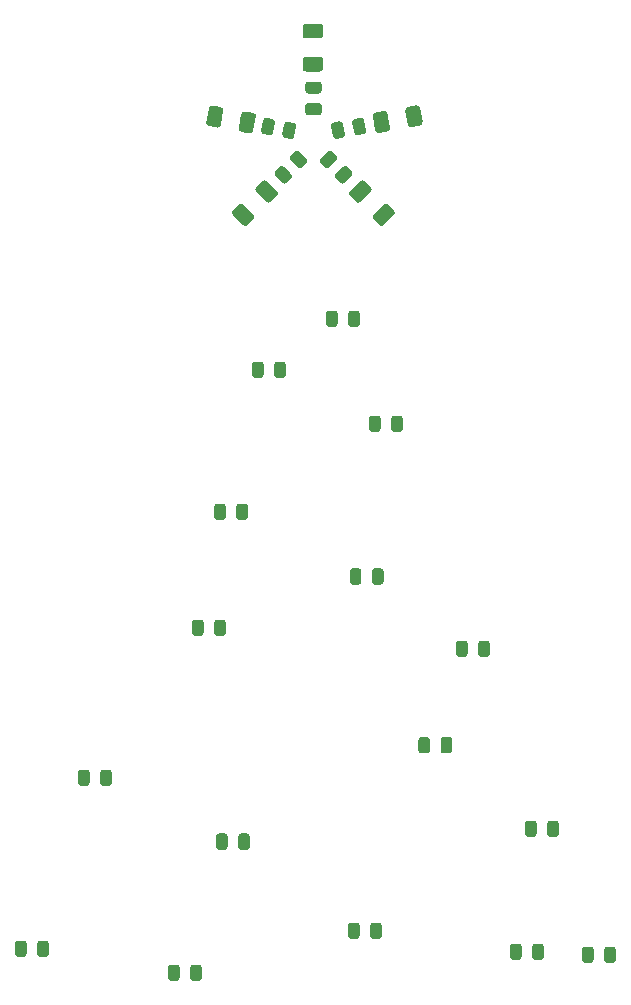
<source format=gbr>
%TF.GenerationSoftware,KiCad,Pcbnew,(5.1.10-1-10_14)*%
%TF.CreationDate,2021-11-29T00:45:18-05:00*%
%TF.ProjectId,christmas-ornament-pcb,63687269-7374-46d6-9173-2d6f726e616d,rev?*%
%TF.SameCoordinates,Original*%
%TF.FileFunction,Paste,Top*%
%TF.FilePolarity,Positive*%
%FSLAX46Y46*%
G04 Gerber Fmt 4.6, Leading zero omitted, Abs format (unit mm)*
G04 Created by KiCad (PCBNEW (5.1.10-1-10_14)) date 2021-11-29 00:45:18*
%MOMM*%
%LPD*%
G01*
G04 APERTURE LIST*
G04 APERTURE END LIST*
%TO.C,R27*%
G36*
G01*
X152327935Y-46236295D02*
X152484219Y-47122624D01*
G75*
G02*
X152281430Y-47412237I-246201J-43412D01*
G01*
X151764404Y-47503402D01*
G75*
G02*
X151474791Y-47300613I-43412J246201D01*
G01*
X151318507Y-46414284D01*
G75*
G02*
X151521296Y-46124671I246201J43412D01*
G01*
X152038322Y-46033506D01*
G75*
G02*
X152327935Y-46236295I43412J-246201D01*
G01*
G37*
G36*
G01*
X154125209Y-45919387D02*
X154281493Y-46805716D01*
G75*
G02*
X154078704Y-47095329I-246201J-43412D01*
G01*
X153561678Y-47186494D01*
G75*
G02*
X153272065Y-46983705I-43412J246201D01*
G01*
X153115781Y-46097376D01*
G75*
G02*
X153318570Y-45807763I246201J43412D01*
G01*
X153835596Y-45716598D01*
G75*
G02*
X154125209Y-45919387I43412J-246201D01*
G01*
G37*
%TD*%
%TO.C,R26*%
G36*
G01*
X151767356Y-49300958D02*
X151130958Y-49937356D01*
G75*
G02*
X150777406Y-49937356I-176776J176776D01*
G01*
X150406174Y-49566124D01*
G75*
G02*
X150406174Y-49212572I176776J176776D01*
G01*
X151042572Y-48576174D01*
G75*
G02*
X151396124Y-48576174I176776J-176776D01*
G01*
X151767356Y-48947406D01*
G75*
G02*
X151767356Y-49300958I-176776J-176776D01*
G01*
G37*
G36*
G01*
X153057826Y-50591428D02*
X152421428Y-51227826D01*
G75*
G02*
X152067876Y-51227826I-176776J176776D01*
G01*
X151696644Y-50856594D01*
G75*
G02*
X151696644Y-50503042I176776J176776D01*
G01*
X152333042Y-49866644D01*
G75*
G02*
X152686594Y-49866644I176776J-176776D01*
G01*
X153057826Y-50237876D01*
G75*
G02*
X153057826Y-50591428I-176776J-176776D01*
G01*
G37*
%TD*%
%TO.C,R25*%
G36*
G01*
X148523042Y-49937356D02*
X147886644Y-49300958D01*
G75*
G02*
X147886644Y-48947406I176776J176776D01*
G01*
X148257876Y-48576174D01*
G75*
G02*
X148611428Y-48576174I176776J-176776D01*
G01*
X149247826Y-49212572D01*
G75*
G02*
X149247826Y-49566124I-176776J-176776D01*
G01*
X148876594Y-49937356D01*
G75*
G02*
X148523042Y-49937356I-176776J176776D01*
G01*
G37*
G36*
G01*
X147232572Y-51227826D02*
X146596174Y-50591428D01*
G75*
G02*
X146596174Y-50237876I176776J176776D01*
G01*
X146967406Y-49866644D01*
G75*
G02*
X147320958Y-49866644I176776J-176776D01*
G01*
X147957356Y-50503042D01*
G75*
G02*
X147957356Y-50856594I-176776J-176776D01*
G01*
X147586124Y-51227826D01*
G75*
G02*
X147232572Y-51227826I-176776J176776D01*
G01*
G37*
%TD*%
%TO.C,R24*%
G36*
G01*
X147195781Y-47142624D02*
X147352065Y-46256295D01*
G75*
G02*
X147641678Y-46053506I246201J-43412D01*
G01*
X148158704Y-46144671D01*
G75*
G02*
X148361493Y-46434284I-43412J-246201D01*
G01*
X148205209Y-47320613D01*
G75*
G02*
X147915596Y-47523402I-246201J43412D01*
G01*
X147398570Y-47432237D01*
G75*
G02*
X147195781Y-47142624I43412J246201D01*
G01*
G37*
G36*
G01*
X145398507Y-46825716D02*
X145554791Y-45939387D01*
G75*
G02*
X145844404Y-45736598I246201J-43412D01*
G01*
X146361430Y-45827763D01*
G75*
G02*
X146564219Y-46117376I-43412J-246201D01*
G01*
X146407935Y-47003705D01*
G75*
G02*
X146118322Y-47206494I-246201J43412D01*
G01*
X145601296Y-47115329D01*
G75*
G02*
X145398507Y-46825716I43412J246201D01*
G01*
G37*
%TD*%
%TO.C,D21*%
G36*
G01*
X157829756Y-46316928D02*
X157612696Y-45085918D01*
G75*
G02*
X157815486Y-44796304I246202J43412D01*
G01*
X158554092Y-44666068D01*
G75*
G02*
X158843706Y-44868858I43412J-246202D01*
G01*
X159060766Y-46099868D01*
G75*
G02*
X158857976Y-46389482I-246202J-43412D01*
G01*
X158119370Y-46519718D01*
G75*
G02*
X157829756Y-46316928I-43412J246202D01*
G01*
G37*
G36*
G01*
X155072294Y-46803142D02*
X154855234Y-45572132D01*
G75*
G02*
X155058024Y-45282518I246202J43412D01*
G01*
X155796630Y-45152282D01*
G75*
G02*
X156086244Y-45355072I43412J-246202D01*
G01*
X156303304Y-46586082D01*
G75*
G02*
X156100514Y-46875696I-246202J-43412D01*
G01*
X155361908Y-47005932D01*
G75*
G02*
X155072294Y-46803142I-43412J246202D01*
G01*
G37*
%TD*%
%TO.C,D20*%
G36*
G01*
X154886065Y-53939949D02*
X155769949Y-53056065D01*
G75*
G02*
X156123503Y-53056065I176777J-176777D01*
G01*
X156653833Y-53586395D01*
G75*
G02*
X156653833Y-53939949I-176777J-176777D01*
G01*
X155769949Y-54823833D01*
G75*
G02*
X155416395Y-54823833I-176777J176777D01*
G01*
X154886065Y-54293503D01*
G75*
G02*
X154886065Y-53939949I176777J176777D01*
G01*
G37*
G36*
G01*
X152906167Y-51960051D02*
X153790051Y-51076167D01*
G75*
G02*
X154143605Y-51076167I176777J-176777D01*
G01*
X154673935Y-51606497D01*
G75*
G02*
X154673935Y-51960051I-176777J-176777D01*
G01*
X153790051Y-52843935D01*
G75*
G02*
X153436497Y-52843935I-176777J176777D01*
G01*
X152906167Y-52313605D01*
G75*
G02*
X152906167Y-51960051I176777J176777D01*
G01*
G37*
%TD*%
%TO.C,D19*%
G36*
G01*
X143884051Y-53056065D02*
X144767935Y-53939949D01*
G75*
G02*
X144767935Y-54293503I-176777J-176777D01*
G01*
X144237605Y-54823833D01*
G75*
G02*
X143884051Y-54823833I-176777J176777D01*
G01*
X143000167Y-53939949D01*
G75*
G02*
X143000167Y-53586395I176777J176777D01*
G01*
X143530497Y-53056065D01*
G75*
G02*
X143884051Y-53056065I176777J-176777D01*
G01*
G37*
G36*
G01*
X145863949Y-51076167D02*
X146747833Y-51960051D01*
G75*
G02*
X146747833Y-52313605I-176777J-176777D01*
G01*
X146217503Y-52843935D01*
G75*
G02*
X145863949Y-52843935I-176777J176777D01*
G01*
X144980065Y-51960051D01*
G75*
G02*
X144980065Y-51606497I176777J176777D01*
G01*
X145510395Y-51076167D01*
G75*
G02*
X145863949Y-51076167I176777J-176777D01*
G01*
G37*
%TD*%
%TO.C,D18*%
G36*
G01*
X142199304Y-45115918D02*
X141982244Y-46346928D01*
G75*
G02*
X141692630Y-46549718I-246202J43412D01*
G01*
X140954024Y-46419482D01*
G75*
G02*
X140751234Y-46129868I43412J246202D01*
G01*
X140968294Y-44898858D01*
G75*
G02*
X141257908Y-44696068I246202J-43412D01*
G01*
X141996514Y-44826304D01*
G75*
G02*
X142199304Y-45115918I-43412J-246202D01*
G01*
G37*
G36*
G01*
X144956766Y-45602132D02*
X144739706Y-46833142D01*
G75*
G02*
X144450092Y-47035932I-246202J43412D01*
G01*
X143711486Y-46905696D01*
G75*
G02*
X143508696Y-46616082I43412J246202D01*
G01*
X143725756Y-45385072D01*
G75*
G02*
X144015370Y-45182282I246202J-43412D01*
G01*
X144753976Y-45312518D01*
G75*
G02*
X144956766Y-45602132I-43412J-246202D01*
G01*
G37*
%TD*%
%TO.C,D17*%
G36*
G01*
X150405000Y-39001000D02*
X149155000Y-39001000D01*
G75*
G02*
X148905000Y-38751000I0J250000D01*
G01*
X148905000Y-38001000D01*
G75*
G02*
X149155000Y-37751000I250000J0D01*
G01*
X150405000Y-37751000D01*
G75*
G02*
X150655000Y-38001000I0J-250000D01*
G01*
X150655000Y-38751000D01*
G75*
G02*
X150405000Y-39001000I-250000J0D01*
G01*
G37*
G36*
G01*
X150405000Y-41801000D02*
X149155000Y-41801000D01*
G75*
G02*
X148905000Y-41551000I0J250000D01*
G01*
X148905000Y-40801000D01*
G75*
G02*
X149155000Y-40551000I250000J0D01*
G01*
X150405000Y-40551000D01*
G75*
G02*
X150655000Y-40801000I0J-250000D01*
G01*
X150655000Y-41551000D01*
G75*
G02*
X150405000Y-41801000I-250000J0D01*
G01*
G37*
%TD*%
%TO.C,R23*%
G36*
G01*
X149379999Y-44480000D02*
X150280001Y-44480000D01*
G75*
G02*
X150530000Y-44729999I0J-249999D01*
G01*
X150530000Y-45255001D01*
G75*
G02*
X150280001Y-45505000I-249999J0D01*
G01*
X149379999Y-45505000D01*
G75*
G02*
X149130000Y-45255001I0J249999D01*
G01*
X149130000Y-44729999D01*
G75*
G02*
X149379999Y-44480000I249999J0D01*
G01*
G37*
G36*
G01*
X149379999Y-42655000D02*
X150280001Y-42655000D01*
G75*
G02*
X150530000Y-42904999I0J-249999D01*
G01*
X150530000Y-43430001D01*
G75*
G02*
X150280001Y-43680000I-249999J0D01*
G01*
X149379999Y-43680000D01*
G75*
G02*
X149130000Y-43430001I0J249999D01*
G01*
X149130000Y-42904999D01*
G75*
G02*
X149379999Y-42655000I249999J0D01*
G01*
G37*
%TD*%
%TO.C,D16*%
G36*
G01*
X143460000Y-107456250D02*
X143460000Y-106543750D01*
G75*
G02*
X143703750Y-106300000I243750J0D01*
G01*
X144191250Y-106300000D01*
G75*
G02*
X144435000Y-106543750I0J-243750D01*
G01*
X144435000Y-107456250D01*
G75*
G02*
X144191250Y-107700000I-243750J0D01*
G01*
X143703750Y-107700000D01*
G75*
G02*
X143460000Y-107456250I0J243750D01*
G01*
G37*
G36*
G01*
X141585000Y-107456250D02*
X141585000Y-106543750D01*
G75*
G02*
X141828750Y-106300000I243750J0D01*
G01*
X142316250Y-106300000D01*
G75*
G02*
X142560000Y-106543750I0J-243750D01*
G01*
X142560000Y-107456250D01*
G75*
G02*
X142316250Y-107700000I-243750J0D01*
G01*
X141828750Y-107700000D01*
G75*
G02*
X141585000Y-107456250I0J243750D01*
G01*
G37*
%TD*%
%TO.C,D15*%
G36*
G01*
X152771500Y-63194250D02*
X152771500Y-62281750D01*
G75*
G02*
X153015250Y-62038000I243750J0D01*
G01*
X153502750Y-62038000D01*
G75*
G02*
X153746500Y-62281750I0J-243750D01*
G01*
X153746500Y-63194250D01*
G75*
G02*
X153502750Y-63438000I-243750J0D01*
G01*
X153015250Y-63438000D01*
G75*
G02*
X152771500Y-63194250I0J243750D01*
G01*
G37*
G36*
G01*
X150896500Y-63194250D02*
X150896500Y-62281750D01*
G75*
G02*
X151140250Y-62038000I243750J0D01*
G01*
X151627750Y-62038000D01*
G75*
G02*
X151871500Y-62281750I0J-243750D01*
G01*
X151871500Y-63194250D01*
G75*
G02*
X151627750Y-63438000I-243750J0D01*
G01*
X151140250Y-63438000D01*
G75*
G02*
X150896500Y-63194250I0J243750D01*
G01*
G37*
%TD*%
%TO.C,D14*%
G36*
G01*
X168344000Y-116788250D02*
X168344000Y-115875750D01*
G75*
G02*
X168587750Y-115632000I243750J0D01*
G01*
X169075250Y-115632000D01*
G75*
G02*
X169319000Y-115875750I0J-243750D01*
G01*
X169319000Y-116788250D01*
G75*
G02*
X169075250Y-117032000I-243750J0D01*
G01*
X168587750Y-117032000D01*
G75*
G02*
X168344000Y-116788250I0J243750D01*
G01*
G37*
G36*
G01*
X166469000Y-116788250D02*
X166469000Y-115875750D01*
G75*
G02*
X166712750Y-115632000I243750J0D01*
G01*
X167200250Y-115632000D01*
G75*
G02*
X167444000Y-115875750I0J-243750D01*
G01*
X167444000Y-116788250D01*
G75*
G02*
X167200250Y-117032000I-243750J0D01*
G01*
X166712750Y-117032000D01*
G75*
G02*
X166469000Y-116788250I0J243750D01*
G01*
G37*
%TD*%
%TO.C,D13*%
G36*
G01*
X154790000Y-85016250D02*
X154790000Y-84103750D01*
G75*
G02*
X155033750Y-83860000I243750J0D01*
G01*
X155521250Y-83860000D01*
G75*
G02*
X155765000Y-84103750I0J-243750D01*
G01*
X155765000Y-85016250D01*
G75*
G02*
X155521250Y-85260000I-243750J0D01*
G01*
X155033750Y-85260000D01*
G75*
G02*
X154790000Y-85016250I0J243750D01*
G01*
G37*
G36*
G01*
X152915000Y-85016250D02*
X152915000Y-84103750D01*
G75*
G02*
X153158750Y-83860000I243750J0D01*
G01*
X153646250Y-83860000D01*
G75*
G02*
X153890000Y-84103750I0J-243750D01*
G01*
X153890000Y-85016250D01*
G75*
G02*
X153646250Y-85260000I-243750J0D01*
G01*
X153158750Y-85260000D01*
G75*
G02*
X152915000Y-85016250I0J243750D01*
G01*
G37*
%TD*%
%TO.C,D12*%
G36*
G01*
X126434000Y-116534250D02*
X126434000Y-115621750D01*
G75*
G02*
X126677750Y-115378000I243750J0D01*
G01*
X127165250Y-115378000D01*
G75*
G02*
X127409000Y-115621750I0J-243750D01*
G01*
X127409000Y-116534250D01*
G75*
G02*
X127165250Y-116778000I-243750J0D01*
G01*
X126677750Y-116778000D01*
G75*
G02*
X126434000Y-116534250I0J243750D01*
G01*
G37*
G36*
G01*
X124559000Y-116534250D02*
X124559000Y-115621750D01*
G75*
G02*
X124802750Y-115378000I243750J0D01*
G01*
X125290250Y-115378000D01*
G75*
G02*
X125534000Y-115621750I0J-243750D01*
G01*
X125534000Y-116534250D01*
G75*
G02*
X125290250Y-116778000I-243750J0D01*
G01*
X124802750Y-116778000D01*
G75*
G02*
X124559000Y-116534250I0J243750D01*
G01*
G37*
%TD*%
%TO.C,D11*%
G36*
G01*
X143300000Y-79536250D02*
X143300000Y-78623750D01*
G75*
G02*
X143543750Y-78380000I243750J0D01*
G01*
X144031250Y-78380000D01*
G75*
G02*
X144275000Y-78623750I0J-243750D01*
G01*
X144275000Y-79536250D01*
G75*
G02*
X144031250Y-79780000I-243750J0D01*
G01*
X143543750Y-79780000D01*
G75*
G02*
X143300000Y-79536250I0J243750D01*
G01*
G37*
G36*
G01*
X141425000Y-79536250D02*
X141425000Y-78623750D01*
G75*
G02*
X141668750Y-78380000I243750J0D01*
G01*
X142156250Y-78380000D01*
G75*
G02*
X142400000Y-78623750I0J-243750D01*
G01*
X142400000Y-79536250D01*
G75*
G02*
X142156250Y-79780000I-243750J0D01*
G01*
X141668750Y-79780000D01*
G75*
G02*
X141425000Y-79536250I0J243750D01*
G01*
G37*
%TD*%
%TO.C,D10*%
G36*
G01*
X174440000Y-117042250D02*
X174440000Y-116129750D01*
G75*
G02*
X174683750Y-115886000I243750J0D01*
G01*
X175171250Y-115886000D01*
G75*
G02*
X175415000Y-116129750I0J-243750D01*
G01*
X175415000Y-117042250D01*
G75*
G02*
X175171250Y-117286000I-243750J0D01*
G01*
X174683750Y-117286000D01*
G75*
G02*
X174440000Y-117042250I0J243750D01*
G01*
G37*
G36*
G01*
X172565000Y-117042250D02*
X172565000Y-116129750D01*
G75*
G02*
X172808750Y-115886000I243750J0D01*
G01*
X173296250Y-115886000D01*
G75*
G02*
X173540000Y-116129750I0J-243750D01*
G01*
X173540000Y-117042250D01*
G75*
G02*
X173296250Y-117286000I-243750J0D01*
G01*
X172808750Y-117286000D01*
G75*
G02*
X172565000Y-117042250I0J243750D01*
G01*
G37*
%TD*%
%TO.C,D9*%
G36*
G01*
X160590000Y-99296250D02*
X160590000Y-98383750D01*
G75*
G02*
X160833750Y-98140000I243750J0D01*
G01*
X161321250Y-98140000D01*
G75*
G02*
X161565000Y-98383750I0J-243750D01*
G01*
X161565000Y-99296250D01*
G75*
G02*
X161321250Y-99540000I-243750J0D01*
G01*
X160833750Y-99540000D01*
G75*
G02*
X160590000Y-99296250I0J243750D01*
G01*
G37*
G36*
G01*
X158715000Y-99296250D02*
X158715000Y-98383750D01*
G75*
G02*
X158958750Y-98140000I243750J0D01*
G01*
X159446250Y-98140000D01*
G75*
G02*
X159690000Y-98383750I0J-243750D01*
G01*
X159690000Y-99296250D01*
G75*
G02*
X159446250Y-99540000I-243750J0D01*
G01*
X158958750Y-99540000D01*
G75*
G02*
X158715000Y-99296250I0J243750D01*
G01*
G37*
%TD*%
%TO.C,D8*%
G36*
G01*
X169614000Y-106374250D02*
X169614000Y-105461750D01*
G75*
G02*
X169857750Y-105218000I243750J0D01*
G01*
X170345250Y-105218000D01*
G75*
G02*
X170589000Y-105461750I0J-243750D01*
G01*
X170589000Y-106374250D01*
G75*
G02*
X170345250Y-106618000I-243750J0D01*
G01*
X169857750Y-106618000D01*
G75*
G02*
X169614000Y-106374250I0J243750D01*
G01*
G37*
G36*
G01*
X167739000Y-106374250D02*
X167739000Y-105461750D01*
G75*
G02*
X167982750Y-105218000I243750J0D01*
G01*
X168470250Y-105218000D01*
G75*
G02*
X168714000Y-105461750I0J-243750D01*
G01*
X168714000Y-106374250D01*
G75*
G02*
X168470250Y-106618000I-243750J0D01*
G01*
X167982750Y-106618000D01*
G75*
G02*
X167739000Y-106374250I0J243750D01*
G01*
G37*
%TD*%
%TO.C,D7*%
G36*
G01*
X141420000Y-89356250D02*
X141420000Y-88443750D01*
G75*
G02*
X141663750Y-88200000I243750J0D01*
G01*
X142151250Y-88200000D01*
G75*
G02*
X142395000Y-88443750I0J-243750D01*
G01*
X142395000Y-89356250D01*
G75*
G02*
X142151250Y-89600000I-243750J0D01*
G01*
X141663750Y-89600000D01*
G75*
G02*
X141420000Y-89356250I0J243750D01*
G01*
G37*
G36*
G01*
X139545000Y-89356250D02*
X139545000Y-88443750D01*
G75*
G02*
X139788750Y-88200000I243750J0D01*
G01*
X140276250Y-88200000D01*
G75*
G02*
X140520000Y-88443750I0J-243750D01*
G01*
X140520000Y-89356250D01*
G75*
G02*
X140276250Y-89600000I-243750J0D01*
G01*
X139788750Y-89600000D01*
G75*
G02*
X139545000Y-89356250I0J243750D01*
G01*
G37*
%TD*%
%TO.C,D6*%
G36*
G01*
X139388000Y-118566250D02*
X139388000Y-117653750D01*
G75*
G02*
X139631750Y-117410000I243750J0D01*
G01*
X140119250Y-117410000D01*
G75*
G02*
X140363000Y-117653750I0J-243750D01*
G01*
X140363000Y-118566250D01*
G75*
G02*
X140119250Y-118810000I-243750J0D01*
G01*
X139631750Y-118810000D01*
G75*
G02*
X139388000Y-118566250I0J243750D01*
G01*
G37*
G36*
G01*
X137513000Y-118566250D02*
X137513000Y-117653750D01*
G75*
G02*
X137756750Y-117410000I243750J0D01*
G01*
X138244250Y-117410000D01*
G75*
G02*
X138488000Y-117653750I0J-243750D01*
G01*
X138488000Y-118566250D01*
G75*
G02*
X138244250Y-118810000I-243750J0D01*
G01*
X137756750Y-118810000D01*
G75*
G02*
X137513000Y-118566250I0J243750D01*
G01*
G37*
%TD*%
%TO.C,D5*%
G36*
G01*
X156406000Y-72084250D02*
X156406000Y-71171750D01*
G75*
G02*
X156649750Y-70928000I243750J0D01*
G01*
X157137250Y-70928000D01*
G75*
G02*
X157381000Y-71171750I0J-243750D01*
G01*
X157381000Y-72084250D01*
G75*
G02*
X157137250Y-72328000I-243750J0D01*
G01*
X156649750Y-72328000D01*
G75*
G02*
X156406000Y-72084250I0J243750D01*
G01*
G37*
G36*
G01*
X154531000Y-72084250D02*
X154531000Y-71171750D01*
G75*
G02*
X154774750Y-70928000I243750J0D01*
G01*
X155262250Y-70928000D01*
G75*
G02*
X155506000Y-71171750I0J-243750D01*
G01*
X155506000Y-72084250D01*
G75*
G02*
X155262250Y-72328000I-243750J0D01*
G01*
X154774750Y-72328000D01*
G75*
G02*
X154531000Y-72084250I0J243750D01*
G01*
G37*
%TD*%
%TO.C,D4*%
G36*
G01*
X154628000Y-115010250D02*
X154628000Y-114097750D01*
G75*
G02*
X154871750Y-113854000I243750J0D01*
G01*
X155359250Y-113854000D01*
G75*
G02*
X155603000Y-114097750I0J-243750D01*
G01*
X155603000Y-115010250D01*
G75*
G02*
X155359250Y-115254000I-243750J0D01*
G01*
X154871750Y-115254000D01*
G75*
G02*
X154628000Y-115010250I0J243750D01*
G01*
G37*
G36*
G01*
X152753000Y-115010250D02*
X152753000Y-114097750D01*
G75*
G02*
X152996750Y-113854000I243750J0D01*
G01*
X153484250Y-113854000D01*
G75*
G02*
X153728000Y-114097750I0J-243750D01*
G01*
X153728000Y-115010250D01*
G75*
G02*
X153484250Y-115254000I-243750J0D01*
G01*
X152996750Y-115254000D01*
G75*
G02*
X152753000Y-115010250I0J243750D01*
G01*
G37*
%TD*%
%TO.C,D3*%
G36*
G01*
X146500000Y-67512250D02*
X146500000Y-66599750D01*
G75*
G02*
X146743750Y-66356000I243750J0D01*
G01*
X147231250Y-66356000D01*
G75*
G02*
X147475000Y-66599750I0J-243750D01*
G01*
X147475000Y-67512250D01*
G75*
G02*
X147231250Y-67756000I-243750J0D01*
G01*
X146743750Y-67756000D01*
G75*
G02*
X146500000Y-67512250I0J243750D01*
G01*
G37*
G36*
G01*
X144625000Y-67512250D02*
X144625000Y-66599750D01*
G75*
G02*
X144868750Y-66356000I243750J0D01*
G01*
X145356250Y-66356000D01*
G75*
G02*
X145600000Y-66599750I0J-243750D01*
G01*
X145600000Y-67512250D01*
G75*
G02*
X145356250Y-67756000I-243750J0D01*
G01*
X144868750Y-67756000D01*
G75*
G02*
X144625000Y-67512250I0J243750D01*
G01*
G37*
%TD*%
%TO.C,D2*%
G36*
G01*
X131768000Y-102056250D02*
X131768000Y-101143750D01*
G75*
G02*
X132011750Y-100900000I243750J0D01*
G01*
X132499250Y-100900000D01*
G75*
G02*
X132743000Y-101143750I0J-243750D01*
G01*
X132743000Y-102056250D01*
G75*
G02*
X132499250Y-102300000I-243750J0D01*
G01*
X132011750Y-102300000D01*
G75*
G02*
X131768000Y-102056250I0J243750D01*
G01*
G37*
G36*
G01*
X129893000Y-102056250D02*
X129893000Y-101143750D01*
G75*
G02*
X130136750Y-100900000I243750J0D01*
G01*
X130624250Y-100900000D01*
G75*
G02*
X130868000Y-101143750I0J-243750D01*
G01*
X130868000Y-102056250D01*
G75*
G02*
X130624250Y-102300000I-243750J0D01*
G01*
X130136750Y-102300000D01*
G75*
G02*
X129893000Y-102056250I0J243750D01*
G01*
G37*
%TD*%
%TO.C,D1*%
G36*
G01*
X163772000Y-91134250D02*
X163772000Y-90221750D01*
G75*
G02*
X164015750Y-89978000I243750J0D01*
G01*
X164503250Y-89978000D01*
G75*
G02*
X164747000Y-90221750I0J-243750D01*
G01*
X164747000Y-91134250D01*
G75*
G02*
X164503250Y-91378000I-243750J0D01*
G01*
X164015750Y-91378000D01*
G75*
G02*
X163772000Y-91134250I0J243750D01*
G01*
G37*
G36*
G01*
X161897000Y-91134250D02*
X161897000Y-90221750D01*
G75*
G02*
X162140750Y-89978000I243750J0D01*
G01*
X162628250Y-89978000D01*
G75*
G02*
X162872000Y-90221750I0J-243750D01*
G01*
X162872000Y-91134250D01*
G75*
G02*
X162628250Y-91378000I-243750J0D01*
G01*
X162140750Y-91378000D01*
G75*
G02*
X161897000Y-91134250I0J243750D01*
G01*
G37*
%TD*%
M02*

</source>
